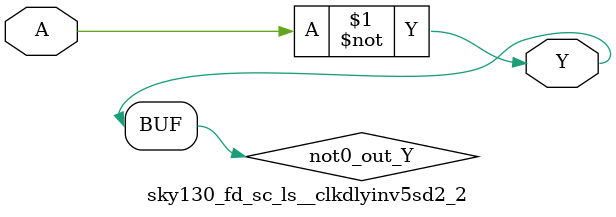
<source format=v>
module sky130_fd_sc_ls__clkdlyinv5sd2_2 (
    Y,
    A
);
    output Y;
    input  A;
    wire not0_out_Y;
    not not0 (not0_out_Y, A              );
    buf buf0 (Y         , not0_out_Y     );
endmodule
</source>
